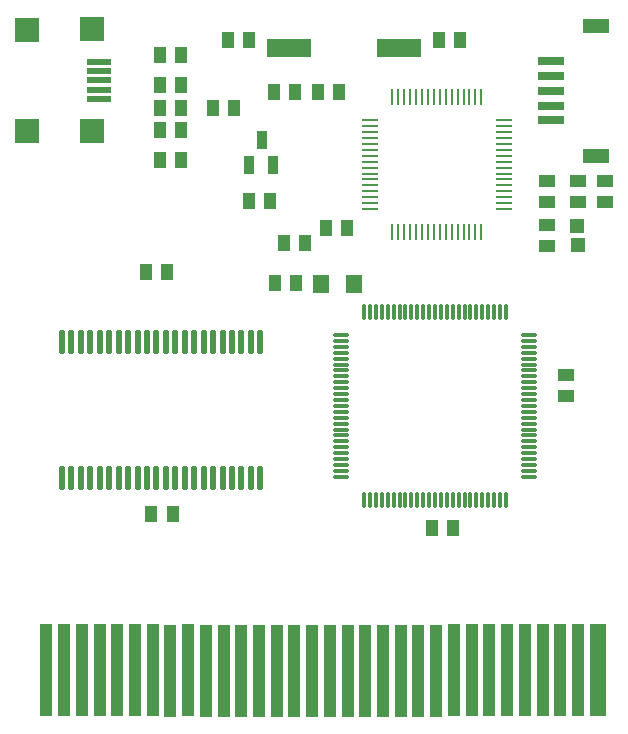
<source format=gbr>
%TF.GenerationSoftware,KiCad,Pcbnew,(6.0.2)*%
%TF.CreationDate,2022-09-24T00:31:47-05:00*%
%TF.ProjectId,REF1790,52454631-3739-4302-9e6b-696361645f70,rev?*%
%TF.SameCoordinates,Original*%
%TF.FileFunction,Paste,Top*%
%TF.FilePolarity,Positive*%
%FSLAX46Y46*%
G04 Gerber Fmt 4.6, Leading zero omitted, Abs format (unit mm)*
G04 Created by KiCad (PCBNEW (6.0.2)) date 2022-09-24 00:31:47*
%MOMM*%
%LPD*%
G01*
G04 APERTURE LIST*
G04 Aperture macros list*
%AMRoundRect*
0 Rectangle with rounded corners*
0 $1 Rounding radius*
0 $2 $3 $4 $5 $6 $7 $8 $9 X,Y pos of 4 corners*
0 Add a 4 corners polygon primitive as box body*
4,1,4,$2,$3,$4,$5,$6,$7,$8,$9,$2,$3,0*
0 Add four circle primitives for the rounded corners*
1,1,$1+$1,$2,$3*
1,1,$1+$1,$4,$5*
1,1,$1+$1,$6,$7*
1,1,$1+$1,$8,$9*
0 Add four rect primitives between the rounded corners*
20,1,$1+$1,$2,$3,$4,$5,0*
20,1,$1+$1,$4,$5,$6,$7,0*
20,1,$1+$1,$6,$7,$8,$9,0*
20,1,$1+$1,$8,$9,$2,$3,0*%
G04 Aperture macros list end*
%ADD10R,1.300000X1.310000*%
%ADD11R,1.350000X1.630000*%
%ADD12R,1.070000X1.350000*%
%ADD13RoundRect,0.125000X-0.125000X-0.875000X0.125000X-0.875000X0.125000X0.875000X-0.125000X0.875000X0*%
%ADD14R,2.200000X0.750000*%
%ADD15R,2.300000X1.310000*%
%ADD16R,2.000000X0.500000*%
%ADD17R,2.000000X2.000000*%
%ADD18R,1.030000X7.780000*%
%ADD19R,1.430000X7.780000*%
%ADD20R,1.350000X1.070000*%
%ADD21R,3.810000X1.580000*%
%ADD22R,0.870000X1.550000*%
%ADD23R,1.473200X0.279400*%
%ADD24R,0.279400X1.473200*%
%ADD25O,1.400000X0.300000*%
%ADD26O,0.300000X1.400000*%
G04 APERTURE END LIST*
D10*
%TO.C,JP1*%
X175425000Y-84571000D03*
X175423000Y-83028000D03*
%TD*%
D11*
%TO.C,D1*%
X156499000Y-87900000D03*
X153719000Y-87899000D03*
%TD*%
D12*
%TO.C,R3*%
X140110000Y-74846000D03*
X141894000Y-74844000D03*
%TD*%
%TO.C,C5*%
X149791000Y-87865000D03*
X151575000Y-87863000D03*
%TD*%
%TO.C,R4*%
X149687000Y-71670000D03*
X151471000Y-71668000D03*
%TD*%
%TO.C,R5*%
X153482000Y-71671000D03*
X155266000Y-71669000D03*
%TD*%
D13*
%TO.C,U1*%
X131773000Y-104353000D03*
X132573000Y-104353000D03*
X133373000Y-104353000D03*
X134173000Y-104353000D03*
X134973000Y-104353000D03*
X135773000Y-104353000D03*
X136573000Y-104353000D03*
X137373000Y-104353000D03*
X138173000Y-104353000D03*
X138973000Y-104353000D03*
X139773000Y-104353000D03*
X140573000Y-104353000D03*
X141373000Y-104353000D03*
X142173000Y-104353000D03*
X142973000Y-104353000D03*
X143773000Y-104353000D03*
X144573000Y-104353000D03*
X145373000Y-104353000D03*
X146173000Y-104353000D03*
X146973000Y-104353000D03*
X147773000Y-104353000D03*
X148573000Y-104353000D03*
X148573000Y-92853000D03*
X147773000Y-92853000D03*
X146973000Y-92853000D03*
X146173000Y-92853000D03*
X145373000Y-92853000D03*
X144573000Y-92853000D03*
X143773000Y-92853000D03*
X142973000Y-92853000D03*
X142173000Y-92853000D03*
X141373000Y-92853000D03*
X140573000Y-92853000D03*
X139773000Y-92853000D03*
X138973000Y-92853000D03*
X138173000Y-92853000D03*
X137373000Y-92853000D03*
X136573000Y-92853000D03*
X135773000Y-92853000D03*
X134973000Y-92853000D03*
X134173000Y-92853000D03*
X133373000Y-92853000D03*
X132573000Y-92853000D03*
X131773000Y-92853000D03*
%TD*%
D14*
%TO.C,J1*%
X173198000Y-74050000D03*
X173199000Y-72825000D03*
X173197000Y-71554000D03*
X173199000Y-70286000D03*
X173197000Y-69051000D03*
D15*
X176967000Y-77066000D03*
X176966000Y-66036000D03*
%TD*%
D16*
%TO.C,USB1*%
X134951000Y-69109000D03*
X134947000Y-69902000D03*
X134947000Y-70656000D03*
X134951000Y-71447000D03*
X134951000Y-72208000D03*
D17*
X128796000Y-74983000D03*
X134314000Y-74945000D03*
X134316000Y-66333000D03*
X128798000Y-66370000D03*
%TD*%
D12*
%TO.C,C4*%
X138914000Y-86874000D03*
X140698000Y-86872000D03*
%TD*%
%TO.C,C6*%
X139354000Y-107351000D03*
X141138000Y-107349000D03*
%TD*%
D18*
%TO.C,J2*%
X130452000Y-120624000D03*
X131959000Y-120624000D03*
X133454000Y-120624000D03*
X134961000Y-120624000D03*
X136452000Y-120624000D03*
X137959000Y-120624000D03*
X139454000Y-120624000D03*
X140961000Y-120634000D03*
X142455000Y-120629000D03*
X143954000Y-120633000D03*
X145473000Y-120633000D03*
X146956000Y-120633000D03*
X148463000Y-120633000D03*
X149956000Y-120632000D03*
X151463000Y-120632000D03*
X152970000Y-120632000D03*
X154453000Y-120632000D03*
X155955000Y-120632000D03*
X157461000Y-120632000D03*
X158956000Y-120632000D03*
X160463000Y-120632000D03*
X161958000Y-120632000D03*
X163462000Y-120637000D03*
X164957000Y-120625000D03*
X166452000Y-120625000D03*
X167959000Y-120625000D03*
X169459000Y-120624000D03*
X170954000Y-120624000D03*
X172473000Y-120624000D03*
X173962000Y-120631000D03*
X175457000Y-120631000D03*
D19*
X177155000Y-120631000D03*
%TD*%
D20*
%TO.C,R11*%
X177755000Y-80975000D03*
X177753000Y-79191000D03*
%TD*%
D12*
%TO.C,C10*%
X163682000Y-67225000D03*
X165466000Y-67223000D03*
%TD*%
%TO.C,R8*%
X154115000Y-83181000D03*
X155899000Y-83179000D03*
%TD*%
D21*
%TO.C,Y1*%
X150982000Y-67902000D03*
X160351000Y-67902000D03*
%TD*%
D12*
%TO.C,R2*%
X140106000Y-72977000D03*
X141890000Y-72975000D03*
%TD*%
D20*
%TO.C,C8*%
X174457000Y-97375000D03*
X174455000Y-95591000D03*
%TD*%
D12*
%TO.C,C1*%
X140108000Y-68499000D03*
X141892000Y-68497000D03*
%TD*%
D22*
%TO.C,Q1*%
X147605000Y-77822000D03*
X149667000Y-77819000D03*
X148676000Y-75756000D03*
%TD*%
D12*
%TO.C,C7*%
X163090000Y-108581000D03*
X164874000Y-108579000D03*
%TD*%
D20*
%TO.C,R9*%
X172867000Y-84667000D03*
X172865000Y-82883000D03*
%TD*%
D12*
%TO.C,R7*%
X150548000Y-84410000D03*
X152332000Y-84408000D03*
%TD*%
%TO.C,R6*%
X147614000Y-80883000D03*
X149398000Y-80881000D03*
%TD*%
D20*
%TO.C,R10*%
X172868000Y-80981000D03*
X172866000Y-79197000D03*
%TD*%
D12*
%TO.C,R12*%
X140107000Y-77426000D03*
X141891000Y-77424000D03*
%TD*%
%TO.C,C2*%
X145862000Y-67225000D03*
X147646000Y-67223000D03*
%TD*%
%TO.C,C3*%
X144572000Y-72976000D03*
X146356000Y-72974000D03*
%TD*%
D23*
%TO.C,U3*%
X157822400Y-74039800D03*
X157822400Y-74547800D03*
X157822400Y-75055800D03*
X157822400Y-75538400D03*
X157822400Y-76046400D03*
X157822400Y-76554400D03*
X157822400Y-77037000D03*
X157822400Y-77545000D03*
X157822400Y-78053000D03*
X157822400Y-78561000D03*
X157822400Y-79043600D03*
X157822400Y-79551600D03*
X157822400Y-80059600D03*
X157822400Y-80542200D03*
X157822400Y-81050200D03*
X157822400Y-81558200D03*
D24*
X159752800Y-83488600D03*
X160260800Y-83488600D03*
X160768800Y-83488600D03*
X161251400Y-83488600D03*
X161759400Y-83488600D03*
X162267400Y-83488600D03*
X162750000Y-83488600D03*
X163258000Y-83488600D03*
X163766000Y-83488600D03*
X164274000Y-83488600D03*
X164756600Y-83488600D03*
X165264600Y-83488600D03*
X165772600Y-83488600D03*
X166255200Y-83488600D03*
X166763200Y-83488600D03*
X167271200Y-83488600D03*
D23*
X169201600Y-81558200D03*
X169201600Y-81050200D03*
X169201600Y-80542200D03*
X169201600Y-80059600D03*
X169201600Y-79551600D03*
X169201600Y-79043600D03*
X169201600Y-78561000D03*
X169201600Y-78053000D03*
X169201600Y-77545000D03*
X169201600Y-77037000D03*
X169201600Y-76554400D03*
X169201600Y-76046400D03*
X169201600Y-75538400D03*
X169201600Y-75055800D03*
X169201600Y-74547800D03*
X169201600Y-74039800D03*
D24*
X167271200Y-72109400D03*
X166763200Y-72109400D03*
X166255200Y-72109400D03*
X165772600Y-72109400D03*
X165264600Y-72109400D03*
X164756600Y-72109400D03*
X164274000Y-72109400D03*
X163766000Y-72109400D03*
X163258000Y-72109400D03*
X162750000Y-72109400D03*
X162267400Y-72109400D03*
X161759400Y-72109400D03*
X161251400Y-72109400D03*
X160768800Y-72109400D03*
X160260800Y-72109400D03*
X159752800Y-72109400D03*
%TD*%
D25*
%TO.C,U2*%
X155410000Y-92227000D03*
X155410000Y-92727000D03*
X155410000Y-93227000D03*
X155410000Y-93727000D03*
X155410000Y-94227000D03*
X155410000Y-94727000D03*
X155410000Y-95227000D03*
X155410000Y-95727000D03*
X155410000Y-96227000D03*
X155410000Y-96727000D03*
X155410000Y-97227000D03*
X155410000Y-97727000D03*
X155410000Y-98227000D03*
X155410000Y-98727000D03*
X155410000Y-99227000D03*
X155410000Y-99727000D03*
X155410000Y-100227000D03*
X155410000Y-100727000D03*
X155410000Y-101227000D03*
X155410000Y-101727000D03*
X155410000Y-102227000D03*
X155410000Y-102727000D03*
X155410000Y-103227000D03*
X155410000Y-103727000D03*
X155410000Y-104227000D03*
D26*
X157360000Y-106177000D03*
X157860000Y-106177000D03*
X158360000Y-106177000D03*
X158860000Y-106177000D03*
X159360000Y-106177000D03*
X159860000Y-106177000D03*
X160360000Y-106177000D03*
X160860000Y-106177000D03*
X161360000Y-106177000D03*
X161860000Y-106177000D03*
X162360000Y-106177000D03*
X162860000Y-106177000D03*
X163360000Y-106177000D03*
X163860000Y-106177000D03*
X164360000Y-106177000D03*
X164860000Y-106177000D03*
X165360000Y-106177000D03*
X165860000Y-106177000D03*
X166360000Y-106177000D03*
X166860000Y-106177000D03*
X167360000Y-106177000D03*
X167860000Y-106177000D03*
X168360000Y-106177000D03*
X168860000Y-106177000D03*
X169360000Y-106177000D03*
D25*
X171310000Y-104227000D03*
X171310000Y-103727000D03*
X171310000Y-103227000D03*
X171310000Y-102727000D03*
X171310000Y-102227000D03*
X171310000Y-101727000D03*
X171310000Y-101227000D03*
X171310000Y-100727000D03*
X171310000Y-100227000D03*
X171310000Y-99727000D03*
X171310000Y-99227000D03*
X171310000Y-98727000D03*
X171310000Y-98227000D03*
X171310000Y-97727000D03*
X171310000Y-97227000D03*
X171310000Y-96727000D03*
X171310000Y-96227000D03*
X171310000Y-95727000D03*
X171310000Y-95227000D03*
X171310000Y-94727000D03*
X171310000Y-94227000D03*
X171310000Y-93727000D03*
X171310000Y-93227000D03*
X171310000Y-92727000D03*
X171310000Y-92227000D03*
D26*
X169360000Y-90277000D03*
X168860000Y-90277000D03*
X168360000Y-90277000D03*
X167860000Y-90277000D03*
X167360000Y-90277000D03*
X166860000Y-90277000D03*
X166360000Y-90277000D03*
X165860000Y-90277000D03*
X165360000Y-90277000D03*
X164860000Y-90277000D03*
X164360000Y-90277000D03*
X163860000Y-90277000D03*
X163360000Y-90277000D03*
X162860000Y-90277000D03*
X162360000Y-90277000D03*
X161860000Y-90277000D03*
X161360000Y-90277000D03*
X160860000Y-90277000D03*
X160360000Y-90277000D03*
X159860000Y-90277000D03*
X159360000Y-90277000D03*
X158860000Y-90277000D03*
X158360000Y-90277000D03*
X157860000Y-90277000D03*
X157360000Y-90277000D03*
%TD*%
D12*
%TO.C,R1*%
X140105000Y-71078000D03*
X141889000Y-71076000D03*
%TD*%
D20*
%TO.C,C9*%
X175450000Y-80975000D03*
X175448000Y-79191000D03*
%TD*%
M02*

</source>
